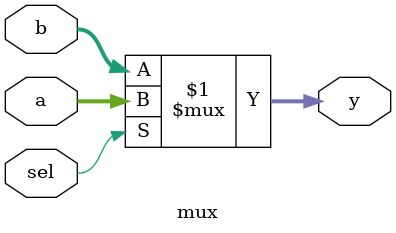
<source format=v>
`timescale 1ns / 1ps


module mux( output wire [31:0] y, input wire [31:0] a, b, input wire sel );
  
    assign y = sel ? a : b;
    
endmodule
</source>
